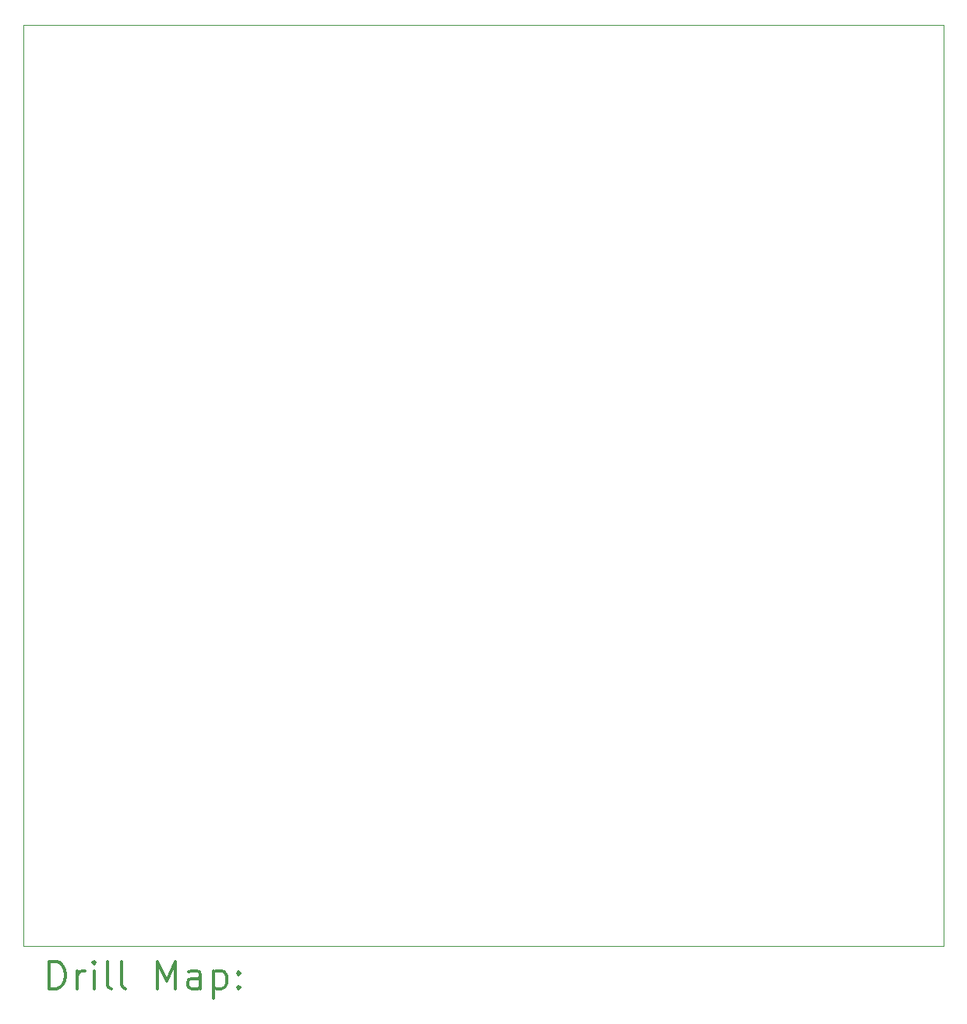
<source format=gbr>
%FSLAX45Y45*%
G04 Gerber Fmt 4.5, Leading zero omitted, Abs format (unit mm)*
G04 Created by KiCad (PCBNEW 5.1.8-5.1.8) date 2022-02-25 22:11:30*
%MOMM*%
%LPD*%
G01*
G04 APERTURE LIST*
%TA.AperFunction,Profile*%
%ADD10C,0.050000*%
%TD*%
%ADD11C,0.200000*%
%ADD12C,0.300000*%
G04 APERTURE END LIST*
D10*
X8100000Y-15000000D02*
X8100000Y-5000000D01*
X18100000Y-15000000D02*
X8100000Y-15000000D01*
X18100000Y-5000000D02*
X18100000Y-15000000D01*
X8100000Y-5000000D02*
X18100000Y-5000000D01*
D11*
D12*
X8383928Y-15468214D02*
X8383928Y-15168214D01*
X8455357Y-15168214D01*
X8498214Y-15182500D01*
X8526786Y-15211071D01*
X8541071Y-15239643D01*
X8555357Y-15296786D01*
X8555357Y-15339643D01*
X8541071Y-15396786D01*
X8526786Y-15425357D01*
X8498214Y-15453929D01*
X8455357Y-15468214D01*
X8383928Y-15468214D01*
X8683928Y-15468214D02*
X8683928Y-15268214D01*
X8683928Y-15325357D02*
X8698214Y-15296786D01*
X8712500Y-15282500D01*
X8741071Y-15268214D01*
X8769643Y-15268214D01*
X8869643Y-15468214D02*
X8869643Y-15268214D01*
X8869643Y-15168214D02*
X8855357Y-15182500D01*
X8869643Y-15196786D01*
X8883928Y-15182500D01*
X8869643Y-15168214D01*
X8869643Y-15196786D01*
X9055357Y-15468214D02*
X9026786Y-15453929D01*
X9012500Y-15425357D01*
X9012500Y-15168214D01*
X9212500Y-15468214D02*
X9183928Y-15453929D01*
X9169643Y-15425357D01*
X9169643Y-15168214D01*
X9555357Y-15468214D02*
X9555357Y-15168214D01*
X9655357Y-15382500D01*
X9755357Y-15168214D01*
X9755357Y-15468214D01*
X10026786Y-15468214D02*
X10026786Y-15311071D01*
X10012500Y-15282500D01*
X9983928Y-15268214D01*
X9926786Y-15268214D01*
X9898214Y-15282500D01*
X10026786Y-15453929D02*
X9998214Y-15468214D01*
X9926786Y-15468214D01*
X9898214Y-15453929D01*
X9883928Y-15425357D01*
X9883928Y-15396786D01*
X9898214Y-15368214D01*
X9926786Y-15353929D01*
X9998214Y-15353929D01*
X10026786Y-15339643D01*
X10169643Y-15268214D02*
X10169643Y-15568214D01*
X10169643Y-15282500D02*
X10198214Y-15268214D01*
X10255357Y-15268214D01*
X10283928Y-15282500D01*
X10298214Y-15296786D01*
X10312500Y-15325357D01*
X10312500Y-15411071D01*
X10298214Y-15439643D01*
X10283928Y-15453929D01*
X10255357Y-15468214D01*
X10198214Y-15468214D01*
X10169643Y-15453929D01*
X10441071Y-15439643D02*
X10455357Y-15453929D01*
X10441071Y-15468214D01*
X10426786Y-15453929D01*
X10441071Y-15439643D01*
X10441071Y-15468214D01*
X10441071Y-15282500D02*
X10455357Y-15296786D01*
X10441071Y-15311071D01*
X10426786Y-15296786D01*
X10441071Y-15282500D01*
X10441071Y-15311071D01*
M02*

</source>
